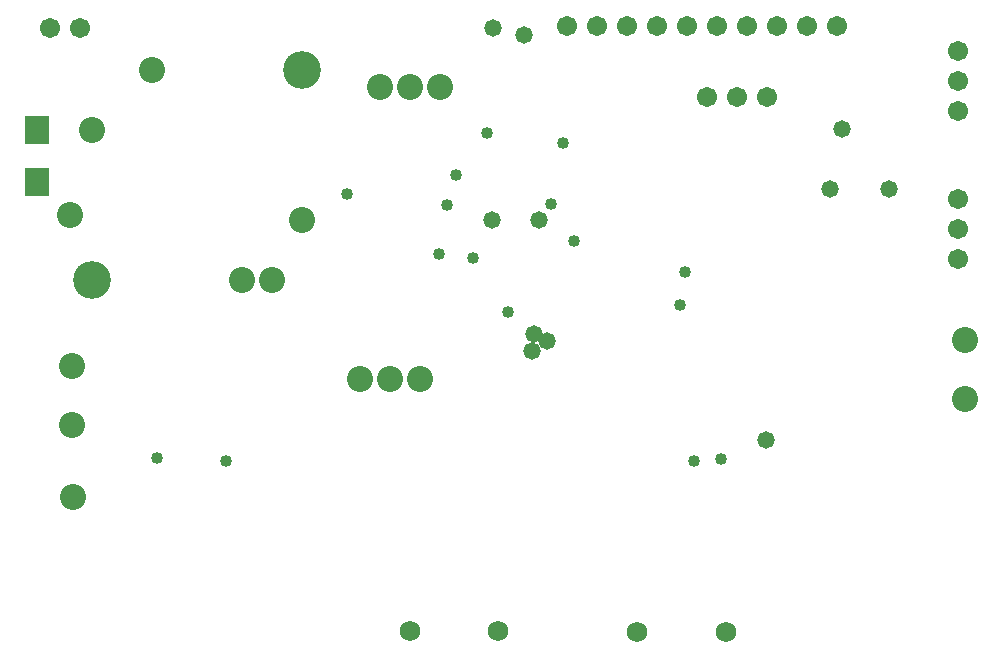
<source format=gbs>
G04 Layer_Color=16711935*
%FSLAX25Y25*%
%MOIN*%
G70*
G01*
G75*
%ADD68C,0.06706*%
%ADD69C,0.08674*%
%ADD70C,0.12611*%
%ADD71C,0.06800*%
%ADD72C,0.05800*%
%ADD73C,0.04001*%
%ADD74R,0.08477X0.09658*%
D68*
X274016Y337402D02*
D03*
X284016D02*
D03*
X446063Y338189D02*
D03*
X456063D02*
D03*
X466063D02*
D03*
X476063D02*
D03*
X486063D02*
D03*
X496063D02*
D03*
X506063D02*
D03*
X516063D02*
D03*
X526063D02*
D03*
X536063D02*
D03*
X576378Y280630D02*
D03*
Y270630D02*
D03*
Y260630D02*
D03*
X492992Y314567D02*
D03*
X502992D02*
D03*
X512992D02*
D03*
X576378Y329842D02*
D03*
Y319843D02*
D03*
Y309842D02*
D03*
D69*
X281102Y205118D02*
D03*
Y224803D02*
D03*
X397300Y220600D02*
D03*
X387300D02*
D03*
X377300D02*
D03*
X403800Y317800D02*
D03*
X393800D02*
D03*
X383800D02*
D03*
X307716Y323465D02*
D03*
X287717Y303465D02*
D03*
X337717Y253465D02*
D03*
X357716Y273465D02*
D03*
X347716Y253465D02*
D03*
X578740Y233465D02*
D03*
Y213780D02*
D03*
X281496Y181102D02*
D03*
X280696Y275002D02*
D03*
D70*
X357716Y323465D02*
D03*
X287717Y253465D02*
D03*
D71*
X469672Y136100D02*
D03*
X499200D02*
D03*
X393772Y136500D02*
D03*
X423300D02*
D03*
D72*
X421700Y337500D02*
D03*
X512598Y200000D02*
D03*
X435039Y235433D02*
D03*
X439370Y233071D02*
D03*
X434646Y229921D02*
D03*
X553543Y283858D02*
D03*
X533943Y283758D02*
D03*
X436843Y273458D02*
D03*
X421358D02*
D03*
X432000Y335000D02*
D03*
X538000Y303900D02*
D03*
D73*
X332700Y193200D02*
D03*
X309700Y194200D02*
D03*
X409100Y288500D02*
D03*
X441000Y278740D02*
D03*
X484000Y245200D02*
D03*
X403700Y262200D02*
D03*
X414800Y260700D02*
D03*
X497500Y193700D02*
D03*
X485433Y256299D02*
D03*
X488583Y193307D02*
D03*
X426378Y242913D02*
D03*
X372835Y282283D02*
D03*
X444882Y299213D02*
D03*
X448600Y266500D02*
D03*
X406083Y278340D02*
D03*
X419500Y302500D02*
D03*
D74*
X269390Y303543D02*
D03*
Y286220D02*
D03*
M02*

</source>
